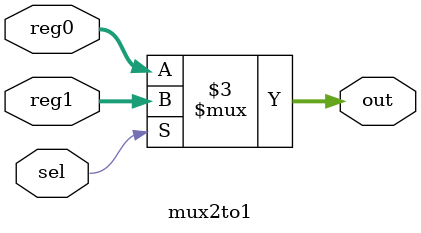
<source format=v>
module mux2to1(
    input [15:0] reg0,
    input [15:0] reg1,
    input sel,
    output reg [15:0] out
);

    always @(*) begin
        if (sel)
            out = reg1;
        else
            out = reg0;
    end

endmodule
</source>
